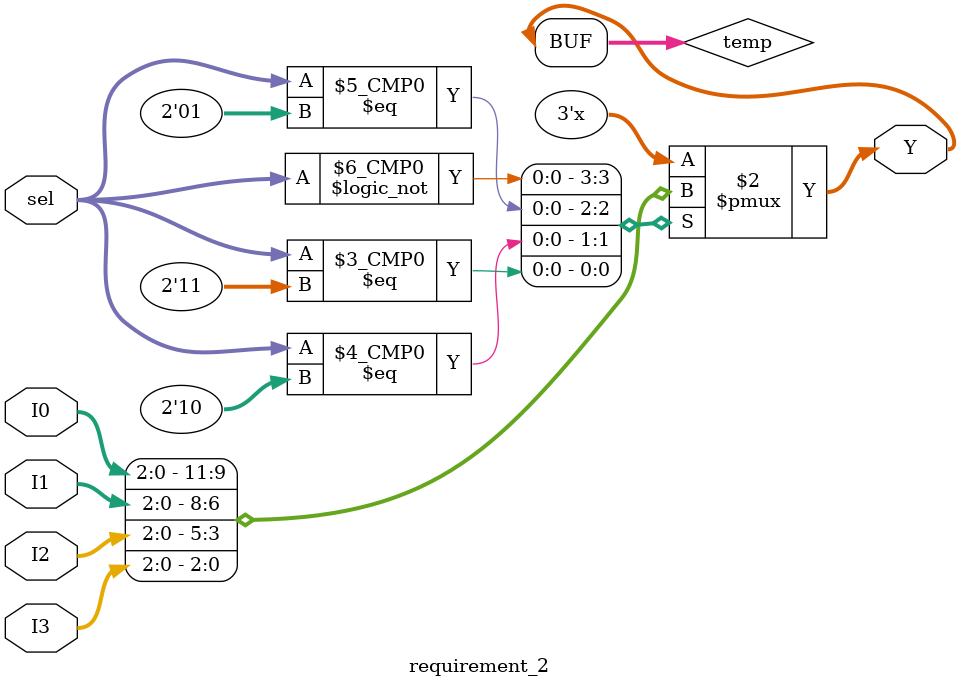
<source format=v>
`timescale 1ns / 1ps

module requirement_2(

    input [2:0] I0, I1, I2, I3,
    input [1:0] sel,
    output [2:0] Y

    );
    
    reg [2:0]temp;
    
    always @(I0, I1, I2, I3, sel)
    begin
        case(sel)
        2'b00:  temp <= I0;
        2'b01:  temp <= I1;
        2'b10:  temp <= I2;
        2'b11:  temp <= I3;
        default temp <= 2'b00;
        endcase
    end
    
    assign Y = temp;
    
endmodule

</source>
